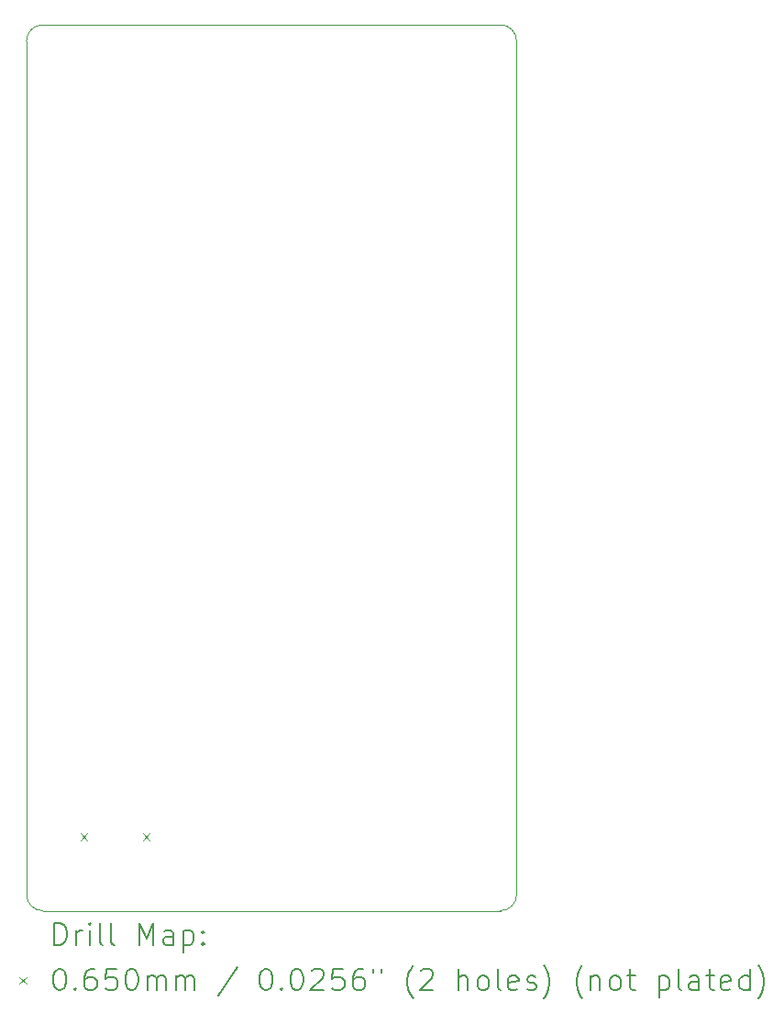
<source format=gbr>
%TF.GenerationSoftware,KiCad,Pcbnew,8.0.4*%
%TF.CreationDate,2024-07-23T16:26:46+02:00*%
%TF.ProjectId,Vertigo Pro PR1,56657274-6967-46f2-9050-726f20505231,DPR1*%
%TF.SameCoordinates,Original*%
%TF.FileFunction,Drillmap*%
%TF.FilePolarity,Positive*%
%FSLAX45Y45*%
G04 Gerber Fmt 4.5, Leading zero omitted, Abs format (unit mm)*
G04 Created by KiCad (PCBNEW 8.0.4) date 2024-07-23 16:26:46*
%MOMM*%
%LPD*%
G01*
G04 APERTURE LIST*
%ADD10C,0.050000*%
%ADD11C,0.200000*%
%ADD12C,0.100000*%
G04 APERTURE END LIST*
D10*
X16975000Y-6875000D02*
X12750000Y-6875000D01*
X17125000Y-14900000D02*
X17125000Y-7025000D01*
X17125000Y-14900000D02*
G75*
G02*
X16975000Y-15050000I-150000J0D01*
G01*
X12750000Y-15050000D02*
X16975000Y-15050000D01*
X12600000Y-7025000D02*
X12600000Y-14900000D01*
X16975000Y-6875000D02*
G75*
G02*
X17125000Y-7025000I0J-150000D01*
G01*
X12750000Y-15050000D02*
G75*
G02*
X12600000Y-14900000I0J150000D01*
G01*
X12600000Y-7025000D02*
G75*
G02*
X12750000Y-6875000I150000J0D01*
G01*
D11*
D12*
X13096000Y-14335000D02*
X13161000Y-14400000D01*
X13161000Y-14335000D02*
X13096000Y-14400000D01*
X13674000Y-14335000D02*
X13739000Y-14400000D01*
X13739000Y-14335000D02*
X13674000Y-14400000D01*
D11*
X12858277Y-15363984D02*
X12858277Y-15163984D01*
X12858277Y-15163984D02*
X12905896Y-15163984D01*
X12905896Y-15163984D02*
X12934467Y-15173508D01*
X12934467Y-15173508D02*
X12953515Y-15192555D01*
X12953515Y-15192555D02*
X12963039Y-15211603D01*
X12963039Y-15211603D02*
X12972562Y-15249698D01*
X12972562Y-15249698D02*
X12972562Y-15278269D01*
X12972562Y-15278269D02*
X12963039Y-15316365D01*
X12963039Y-15316365D02*
X12953515Y-15335412D01*
X12953515Y-15335412D02*
X12934467Y-15354460D01*
X12934467Y-15354460D02*
X12905896Y-15363984D01*
X12905896Y-15363984D02*
X12858277Y-15363984D01*
X13058277Y-15363984D02*
X13058277Y-15230650D01*
X13058277Y-15268746D02*
X13067801Y-15249698D01*
X13067801Y-15249698D02*
X13077324Y-15240174D01*
X13077324Y-15240174D02*
X13096372Y-15230650D01*
X13096372Y-15230650D02*
X13115420Y-15230650D01*
X13182086Y-15363984D02*
X13182086Y-15230650D01*
X13182086Y-15163984D02*
X13172562Y-15173508D01*
X13172562Y-15173508D02*
X13182086Y-15183031D01*
X13182086Y-15183031D02*
X13191610Y-15173508D01*
X13191610Y-15173508D02*
X13182086Y-15163984D01*
X13182086Y-15163984D02*
X13182086Y-15183031D01*
X13305896Y-15363984D02*
X13286848Y-15354460D01*
X13286848Y-15354460D02*
X13277324Y-15335412D01*
X13277324Y-15335412D02*
X13277324Y-15163984D01*
X13410658Y-15363984D02*
X13391610Y-15354460D01*
X13391610Y-15354460D02*
X13382086Y-15335412D01*
X13382086Y-15335412D02*
X13382086Y-15163984D01*
X13639229Y-15363984D02*
X13639229Y-15163984D01*
X13639229Y-15163984D02*
X13705896Y-15306841D01*
X13705896Y-15306841D02*
X13772562Y-15163984D01*
X13772562Y-15163984D02*
X13772562Y-15363984D01*
X13953515Y-15363984D02*
X13953515Y-15259222D01*
X13953515Y-15259222D02*
X13943991Y-15240174D01*
X13943991Y-15240174D02*
X13924943Y-15230650D01*
X13924943Y-15230650D02*
X13886848Y-15230650D01*
X13886848Y-15230650D02*
X13867801Y-15240174D01*
X13953515Y-15354460D02*
X13934467Y-15363984D01*
X13934467Y-15363984D02*
X13886848Y-15363984D01*
X13886848Y-15363984D02*
X13867801Y-15354460D01*
X13867801Y-15354460D02*
X13858277Y-15335412D01*
X13858277Y-15335412D02*
X13858277Y-15316365D01*
X13858277Y-15316365D02*
X13867801Y-15297317D01*
X13867801Y-15297317D02*
X13886848Y-15287793D01*
X13886848Y-15287793D02*
X13934467Y-15287793D01*
X13934467Y-15287793D02*
X13953515Y-15278269D01*
X14048753Y-15230650D02*
X14048753Y-15430650D01*
X14048753Y-15240174D02*
X14067801Y-15230650D01*
X14067801Y-15230650D02*
X14105896Y-15230650D01*
X14105896Y-15230650D02*
X14124943Y-15240174D01*
X14124943Y-15240174D02*
X14134467Y-15249698D01*
X14134467Y-15249698D02*
X14143991Y-15268746D01*
X14143991Y-15268746D02*
X14143991Y-15325888D01*
X14143991Y-15325888D02*
X14134467Y-15344936D01*
X14134467Y-15344936D02*
X14124943Y-15354460D01*
X14124943Y-15354460D02*
X14105896Y-15363984D01*
X14105896Y-15363984D02*
X14067801Y-15363984D01*
X14067801Y-15363984D02*
X14048753Y-15354460D01*
X14229705Y-15344936D02*
X14239229Y-15354460D01*
X14239229Y-15354460D02*
X14229705Y-15363984D01*
X14229705Y-15363984D02*
X14220182Y-15354460D01*
X14220182Y-15354460D02*
X14229705Y-15344936D01*
X14229705Y-15344936D02*
X14229705Y-15363984D01*
X14229705Y-15240174D02*
X14239229Y-15249698D01*
X14239229Y-15249698D02*
X14229705Y-15259222D01*
X14229705Y-15259222D02*
X14220182Y-15249698D01*
X14220182Y-15249698D02*
X14229705Y-15240174D01*
X14229705Y-15240174D02*
X14229705Y-15259222D01*
D12*
X12532500Y-15660000D02*
X12597500Y-15725000D01*
X12597500Y-15660000D02*
X12532500Y-15725000D01*
D11*
X12896372Y-15583984D02*
X12915420Y-15583984D01*
X12915420Y-15583984D02*
X12934467Y-15593508D01*
X12934467Y-15593508D02*
X12943991Y-15603031D01*
X12943991Y-15603031D02*
X12953515Y-15622079D01*
X12953515Y-15622079D02*
X12963039Y-15660174D01*
X12963039Y-15660174D02*
X12963039Y-15707793D01*
X12963039Y-15707793D02*
X12953515Y-15745888D01*
X12953515Y-15745888D02*
X12943991Y-15764936D01*
X12943991Y-15764936D02*
X12934467Y-15774460D01*
X12934467Y-15774460D02*
X12915420Y-15783984D01*
X12915420Y-15783984D02*
X12896372Y-15783984D01*
X12896372Y-15783984D02*
X12877324Y-15774460D01*
X12877324Y-15774460D02*
X12867801Y-15764936D01*
X12867801Y-15764936D02*
X12858277Y-15745888D01*
X12858277Y-15745888D02*
X12848753Y-15707793D01*
X12848753Y-15707793D02*
X12848753Y-15660174D01*
X12848753Y-15660174D02*
X12858277Y-15622079D01*
X12858277Y-15622079D02*
X12867801Y-15603031D01*
X12867801Y-15603031D02*
X12877324Y-15593508D01*
X12877324Y-15593508D02*
X12896372Y-15583984D01*
X13048753Y-15764936D02*
X13058277Y-15774460D01*
X13058277Y-15774460D02*
X13048753Y-15783984D01*
X13048753Y-15783984D02*
X13039229Y-15774460D01*
X13039229Y-15774460D02*
X13048753Y-15764936D01*
X13048753Y-15764936D02*
X13048753Y-15783984D01*
X13229705Y-15583984D02*
X13191610Y-15583984D01*
X13191610Y-15583984D02*
X13172562Y-15593508D01*
X13172562Y-15593508D02*
X13163039Y-15603031D01*
X13163039Y-15603031D02*
X13143991Y-15631603D01*
X13143991Y-15631603D02*
X13134467Y-15669698D01*
X13134467Y-15669698D02*
X13134467Y-15745888D01*
X13134467Y-15745888D02*
X13143991Y-15764936D01*
X13143991Y-15764936D02*
X13153515Y-15774460D01*
X13153515Y-15774460D02*
X13172562Y-15783984D01*
X13172562Y-15783984D02*
X13210658Y-15783984D01*
X13210658Y-15783984D02*
X13229705Y-15774460D01*
X13229705Y-15774460D02*
X13239229Y-15764936D01*
X13239229Y-15764936D02*
X13248753Y-15745888D01*
X13248753Y-15745888D02*
X13248753Y-15698269D01*
X13248753Y-15698269D02*
X13239229Y-15679222D01*
X13239229Y-15679222D02*
X13229705Y-15669698D01*
X13229705Y-15669698D02*
X13210658Y-15660174D01*
X13210658Y-15660174D02*
X13172562Y-15660174D01*
X13172562Y-15660174D02*
X13153515Y-15669698D01*
X13153515Y-15669698D02*
X13143991Y-15679222D01*
X13143991Y-15679222D02*
X13134467Y-15698269D01*
X13429705Y-15583984D02*
X13334467Y-15583984D01*
X13334467Y-15583984D02*
X13324943Y-15679222D01*
X13324943Y-15679222D02*
X13334467Y-15669698D01*
X13334467Y-15669698D02*
X13353515Y-15660174D01*
X13353515Y-15660174D02*
X13401134Y-15660174D01*
X13401134Y-15660174D02*
X13420182Y-15669698D01*
X13420182Y-15669698D02*
X13429705Y-15679222D01*
X13429705Y-15679222D02*
X13439229Y-15698269D01*
X13439229Y-15698269D02*
X13439229Y-15745888D01*
X13439229Y-15745888D02*
X13429705Y-15764936D01*
X13429705Y-15764936D02*
X13420182Y-15774460D01*
X13420182Y-15774460D02*
X13401134Y-15783984D01*
X13401134Y-15783984D02*
X13353515Y-15783984D01*
X13353515Y-15783984D02*
X13334467Y-15774460D01*
X13334467Y-15774460D02*
X13324943Y-15764936D01*
X13563039Y-15583984D02*
X13582086Y-15583984D01*
X13582086Y-15583984D02*
X13601134Y-15593508D01*
X13601134Y-15593508D02*
X13610658Y-15603031D01*
X13610658Y-15603031D02*
X13620182Y-15622079D01*
X13620182Y-15622079D02*
X13629705Y-15660174D01*
X13629705Y-15660174D02*
X13629705Y-15707793D01*
X13629705Y-15707793D02*
X13620182Y-15745888D01*
X13620182Y-15745888D02*
X13610658Y-15764936D01*
X13610658Y-15764936D02*
X13601134Y-15774460D01*
X13601134Y-15774460D02*
X13582086Y-15783984D01*
X13582086Y-15783984D02*
X13563039Y-15783984D01*
X13563039Y-15783984D02*
X13543991Y-15774460D01*
X13543991Y-15774460D02*
X13534467Y-15764936D01*
X13534467Y-15764936D02*
X13524943Y-15745888D01*
X13524943Y-15745888D02*
X13515420Y-15707793D01*
X13515420Y-15707793D02*
X13515420Y-15660174D01*
X13515420Y-15660174D02*
X13524943Y-15622079D01*
X13524943Y-15622079D02*
X13534467Y-15603031D01*
X13534467Y-15603031D02*
X13543991Y-15593508D01*
X13543991Y-15593508D02*
X13563039Y-15583984D01*
X13715420Y-15783984D02*
X13715420Y-15650650D01*
X13715420Y-15669698D02*
X13724943Y-15660174D01*
X13724943Y-15660174D02*
X13743991Y-15650650D01*
X13743991Y-15650650D02*
X13772563Y-15650650D01*
X13772563Y-15650650D02*
X13791610Y-15660174D01*
X13791610Y-15660174D02*
X13801134Y-15679222D01*
X13801134Y-15679222D02*
X13801134Y-15783984D01*
X13801134Y-15679222D02*
X13810658Y-15660174D01*
X13810658Y-15660174D02*
X13829705Y-15650650D01*
X13829705Y-15650650D02*
X13858277Y-15650650D01*
X13858277Y-15650650D02*
X13877324Y-15660174D01*
X13877324Y-15660174D02*
X13886848Y-15679222D01*
X13886848Y-15679222D02*
X13886848Y-15783984D01*
X13982086Y-15783984D02*
X13982086Y-15650650D01*
X13982086Y-15669698D02*
X13991610Y-15660174D01*
X13991610Y-15660174D02*
X14010658Y-15650650D01*
X14010658Y-15650650D02*
X14039229Y-15650650D01*
X14039229Y-15650650D02*
X14058277Y-15660174D01*
X14058277Y-15660174D02*
X14067801Y-15679222D01*
X14067801Y-15679222D02*
X14067801Y-15783984D01*
X14067801Y-15679222D02*
X14077324Y-15660174D01*
X14077324Y-15660174D02*
X14096372Y-15650650D01*
X14096372Y-15650650D02*
X14124943Y-15650650D01*
X14124943Y-15650650D02*
X14143991Y-15660174D01*
X14143991Y-15660174D02*
X14153515Y-15679222D01*
X14153515Y-15679222D02*
X14153515Y-15783984D01*
X14543991Y-15574460D02*
X14372563Y-15831603D01*
X14801134Y-15583984D02*
X14820182Y-15583984D01*
X14820182Y-15583984D02*
X14839229Y-15593508D01*
X14839229Y-15593508D02*
X14848753Y-15603031D01*
X14848753Y-15603031D02*
X14858277Y-15622079D01*
X14858277Y-15622079D02*
X14867801Y-15660174D01*
X14867801Y-15660174D02*
X14867801Y-15707793D01*
X14867801Y-15707793D02*
X14858277Y-15745888D01*
X14858277Y-15745888D02*
X14848753Y-15764936D01*
X14848753Y-15764936D02*
X14839229Y-15774460D01*
X14839229Y-15774460D02*
X14820182Y-15783984D01*
X14820182Y-15783984D02*
X14801134Y-15783984D01*
X14801134Y-15783984D02*
X14782086Y-15774460D01*
X14782086Y-15774460D02*
X14772563Y-15764936D01*
X14772563Y-15764936D02*
X14763039Y-15745888D01*
X14763039Y-15745888D02*
X14753515Y-15707793D01*
X14753515Y-15707793D02*
X14753515Y-15660174D01*
X14753515Y-15660174D02*
X14763039Y-15622079D01*
X14763039Y-15622079D02*
X14772563Y-15603031D01*
X14772563Y-15603031D02*
X14782086Y-15593508D01*
X14782086Y-15593508D02*
X14801134Y-15583984D01*
X14953515Y-15764936D02*
X14963039Y-15774460D01*
X14963039Y-15774460D02*
X14953515Y-15783984D01*
X14953515Y-15783984D02*
X14943991Y-15774460D01*
X14943991Y-15774460D02*
X14953515Y-15764936D01*
X14953515Y-15764936D02*
X14953515Y-15783984D01*
X15086848Y-15583984D02*
X15105896Y-15583984D01*
X15105896Y-15583984D02*
X15124944Y-15593508D01*
X15124944Y-15593508D02*
X15134467Y-15603031D01*
X15134467Y-15603031D02*
X15143991Y-15622079D01*
X15143991Y-15622079D02*
X15153515Y-15660174D01*
X15153515Y-15660174D02*
X15153515Y-15707793D01*
X15153515Y-15707793D02*
X15143991Y-15745888D01*
X15143991Y-15745888D02*
X15134467Y-15764936D01*
X15134467Y-15764936D02*
X15124944Y-15774460D01*
X15124944Y-15774460D02*
X15105896Y-15783984D01*
X15105896Y-15783984D02*
X15086848Y-15783984D01*
X15086848Y-15783984D02*
X15067801Y-15774460D01*
X15067801Y-15774460D02*
X15058277Y-15764936D01*
X15058277Y-15764936D02*
X15048753Y-15745888D01*
X15048753Y-15745888D02*
X15039229Y-15707793D01*
X15039229Y-15707793D02*
X15039229Y-15660174D01*
X15039229Y-15660174D02*
X15048753Y-15622079D01*
X15048753Y-15622079D02*
X15058277Y-15603031D01*
X15058277Y-15603031D02*
X15067801Y-15593508D01*
X15067801Y-15593508D02*
X15086848Y-15583984D01*
X15229706Y-15603031D02*
X15239229Y-15593508D01*
X15239229Y-15593508D02*
X15258277Y-15583984D01*
X15258277Y-15583984D02*
X15305896Y-15583984D01*
X15305896Y-15583984D02*
X15324944Y-15593508D01*
X15324944Y-15593508D02*
X15334467Y-15603031D01*
X15334467Y-15603031D02*
X15343991Y-15622079D01*
X15343991Y-15622079D02*
X15343991Y-15641127D01*
X15343991Y-15641127D02*
X15334467Y-15669698D01*
X15334467Y-15669698D02*
X15220182Y-15783984D01*
X15220182Y-15783984D02*
X15343991Y-15783984D01*
X15524944Y-15583984D02*
X15429706Y-15583984D01*
X15429706Y-15583984D02*
X15420182Y-15679222D01*
X15420182Y-15679222D02*
X15429706Y-15669698D01*
X15429706Y-15669698D02*
X15448753Y-15660174D01*
X15448753Y-15660174D02*
X15496372Y-15660174D01*
X15496372Y-15660174D02*
X15515420Y-15669698D01*
X15515420Y-15669698D02*
X15524944Y-15679222D01*
X15524944Y-15679222D02*
X15534467Y-15698269D01*
X15534467Y-15698269D02*
X15534467Y-15745888D01*
X15534467Y-15745888D02*
X15524944Y-15764936D01*
X15524944Y-15764936D02*
X15515420Y-15774460D01*
X15515420Y-15774460D02*
X15496372Y-15783984D01*
X15496372Y-15783984D02*
X15448753Y-15783984D01*
X15448753Y-15783984D02*
X15429706Y-15774460D01*
X15429706Y-15774460D02*
X15420182Y-15764936D01*
X15705896Y-15583984D02*
X15667801Y-15583984D01*
X15667801Y-15583984D02*
X15648753Y-15593508D01*
X15648753Y-15593508D02*
X15639229Y-15603031D01*
X15639229Y-15603031D02*
X15620182Y-15631603D01*
X15620182Y-15631603D02*
X15610658Y-15669698D01*
X15610658Y-15669698D02*
X15610658Y-15745888D01*
X15610658Y-15745888D02*
X15620182Y-15764936D01*
X15620182Y-15764936D02*
X15629706Y-15774460D01*
X15629706Y-15774460D02*
X15648753Y-15783984D01*
X15648753Y-15783984D02*
X15686848Y-15783984D01*
X15686848Y-15783984D02*
X15705896Y-15774460D01*
X15705896Y-15774460D02*
X15715420Y-15764936D01*
X15715420Y-15764936D02*
X15724944Y-15745888D01*
X15724944Y-15745888D02*
X15724944Y-15698269D01*
X15724944Y-15698269D02*
X15715420Y-15679222D01*
X15715420Y-15679222D02*
X15705896Y-15669698D01*
X15705896Y-15669698D02*
X15686848Y-15660174D01*
X15686848Y-15660174D02*
X15648753Y-15660174D01*
X15648753Y-15660174D02*
X15629706Y-15669698D01*
X15629706Y-15669698D02*
X15620182Y-15679222D01*
X15620182Y-15679222D02*
X15610658Y-15698269D01*
X15801134Y-15583984D02*
X15801134Y-15622079D01*
X15877325Y-15583984D02*
X15877325Y-15622079D01*
X16172563Y-15860174D02*
X16163039Y-15850650D01*
X16163039Y-15850650D02*
X16143991Y-15822079D01*
X16143991Y-15822079D02*
X16134468Y-15803031D01*
X16134468Y-15803031D02*
X16124944Y-15774460D01*
X16124944Y-15774460D02*
X16115420Y-15726841D01*
X16115420Y-15726841D02*
X16115420Y-15688746D01*
X16115420Y-15688746D02*
X16124944Y-15641127D01*
X16124944Y-15641127D02*
X16134468Y-15612555D01*
X16134468Y-15612555D02*
X16143991Y-15593508D01*
X16143991Y-15593508D02*
X16163039Y-15564936D01*
X16163039Y-15564936D02*
X16172563Y-15555412D01*
X16239229Y-15603031D02*
X16248753Y-15593508D01*
X16248753Y-15593508D02*
X16267801Y-15583984D01*
X16267801Y-15583984D02*
X16315420Y-15583984D01*
X16315420Y-15583984D02*
X16334468Y-15593508D01*
X16334468Y-15593508D02*
X16343991Y-15603031D01*
X16343991Y-15603031D02*
X16353515Y-15622079D01*
X16353515Y-15622079D02*
X16353515Y-15641127D01*
X16353515Y-15641127D02*
X16343991Y-15669698D01*
X16343991Y-15669698D02*
X16229706Y-15783984D01*
X16229706Y-15783984D02*
X16353515Y-15783984D01*
X16591610Y-15783984D02*
X16591610Y-15583984D01*
X16677325Y-15783984D02*
X16677325Y-15679222D01*
X16677325Y-15679222D02*
X16667801Y-15660174D01*
X16667801Y-15660174D02*
X16648753Y-15650650D01*
X16648753Y-15650650D02*
X16620182Y-15650650D01*
X16620182Y-15650650D02*
X16601134Y-15660174D01*
X16601134Y-15660174D02*
X16591610Y-15669698D01*
X16801134Y-15783984D02*
X16782087Y-15774460D01*
X16782087Y-15774460D02*
X16772563Y-15764936D01*
X16772563Y-15764936D02*
X16763039Y-15745888D01*
X16763039Y-15745888D02*
X16763039Y-15688746D01*
X16763039Y-15688746D02*
X16772563Y-15669698D01*
X16772563Y-15669698D02*
X16782087Y-15660174D01*
X16782087Y-15660174D02*
X16801134Y-15650650D01*
X16801134Y-15650650D02*
X16829706Y-15650650D01*
X16829706Y-15650650D02*
X16848753Y-15660174D01*
X16848753Y-15660174D02*
X16858277Y-15669698D01*
X16858277Y-15669698D02*
X16867801Y-15688746D01*
X16867801Y-15688746D02*
X16867801Y-15745888D01*
X16867801Y-15745888D02*
X16858277Y-15764936D01*
X16858277Y-15764936D02*
X16848753Y-15774460D01*
X16848753Y-15774460D02*
X16829706Y-15783984D01*
X16829706Y-15783984D02*
X16801134Y-15783984D01*
X16982087Y-15783984D02*
X16963039Y-15774460D01*
X16963039Y-15774460D02*
X16953515Y-15755412D01*
X16953515Y-15755412D02*
X16953515Y-15583984D01*
X17134468Y-15774460D02*
X17115420Y-15783984D01*
X17115420Y-15783984D02*
X17077325Y-15783984D01*
X17077325Y-15783984D02*
X17058277Y-15774460D01*
X17058277Y-15774460D02*
X17048753Y-15755412D01*
X17048753Y-15755412D02*
X17048753Y-15679222D01*
X17048753Y-15679222D02*
X17058277Y-15660174D01*
X17058277Y-15660174D02*
X17077325Y-15650650D01*
X17077325Y-15650650D02*
X17115420Y-15650650D01*
X17115420Y-15650650D02*
X17134468Y-15660174D01*
X17134468Y-15660174D02*
X17143992Y-15679222D01*
X17143992Y-15679222D02*
X17143992Y-15698269D01*
X17143992Y-15698269D02*
X17048753Y-15717317D01*
X17220182Y-15774460D02*
X17239230Y-15783984D01*
X17239230Y-15783984D02*
X17277325Y-15783984D01*
X17277325Y-15783984D02*
X17296373Y-15774460D01*
X17296373Y-15774460D02*
X17305896Y-15755412D01*
X17305896Y-15755412D02*
X17305896Y-15745888D01*
X17305896Y-15745888D02*
X17296373Y-15726841D01*
X17296373Y-15726841D02*
X17277325Y-15717317D01*
X17277325Y-15717317D02*
X17248753Y-15717317D01*
X17248753Y-15717317D02*
X17229706Y-15707793D01*
X17229706Y-15707793D02*
X17220182Y-15688746D01*
X17220182Y-15688746D02*
X17220182Y-15679222D01*
X17220182Y-15679222D02*
X17229706Y-15660174D01*
X17229706Y-15660174D02*
X17248753Y-15650650D01*
X17248753Y-15650650D02*
X17277325Y-15650650D01*
X17277325Y-15650650D02*
X17296373Y-15660174D01*
X17372563Y-15860174D02*
X17382087Y-15850650D01*
X17382087Y-15850650D02*
X17401134Y-15822079D01*
X17401134Y-15822079D02*
X17410658Y-15803031D01*
X17410658Y-15803031D02*
X17420182Y-15774460D01*
X17420182Y-15774460D02*
X17429706Y-15726841D01*
X17429706Y-15726841D02*
X17429706Y-15688746D01*
X17429706Y-15688746D02*
X17420182Y-15641127D01*
X17420182Y-15641127D02*
X17410658Y-15612555D01*
X17410658Y-15612555D02*
X17401134Y-15593508D01*
X17401134Y-15593508D02*
X17382087Y-15564936D01*
X17382087Y-15564936D02*
X17372563Y-15555412D01*
X17734468Y-15860174D02*
X17724944Y-15850650D01*
X17724944Y-15850650D02*
X17705896Y-15822079D01*
X17705896Y-15822079D02*
X17696373Y-15803031D01*
X17696373Y-15803031D02*
X17686849Y-15774460D01*
X17686849Y-15774460D02*
X17677325Y-15726841D01*
X17677325Y-15726841D02*
X17677325Y-15688746D01*
X17677325Y-15688746D02*
X17686849Y-15641127D01*
X17686849Y-15641127D02*
X17696373Y-15612555D01*
X17696373Y-15612555D02*
X17705896Y-15593508D01*
X17705896Y-15593508D02*
X17724944Y-15564936D01*
X17724944Y-15564936D02*
X17734468Y-15555412D01*
X17810658Y-15650650D02*
X17810658Y-15783984D01*
X17810658Y-15669698D02*
X17820182Y-15660174D01*
X17820182Y-15660174D02*
X17839230Y-15650650D01*
X17839230Y-15650650D02*
X17867801Y-15650650D01*
X17867801Y-15650650D02*
X17886849Y-15660174D01*
X17886849Y-15660174D02*
X17896373Y-15679222D01*
X17896373Y-15679222D02*
X17896373Y-15783984D01*
X18020182Y-15783984D02*
X18001134Y-15774460D01*
X18001134Y-15774460D02*
X17991611Y-15764936D01*
X17991611Y-15764936D02*
X17982087Y-15745888D01*
X17982087Y-15745888D02*
X17982087Y-15688746D01*
X17982087Y-15688746D02*
X17991611Y-15669698D01*
X17991611Y-15669698D02*
X18001134Y-15660174D01*
X18001134Y-15660174D02*
X18020182Y-15650650D01*
X18020182Y-15650650D02*
X18048754Y-15650650D01*
X18048754Y-15650650D02*
X18067801Y-15660174D01*
X18067801Y-15660174D02*
X18077325Y-15669698D01*
X18077325Y-15669698D02*
X18086849Y-15688746D01*
X18086849Y-15688746D02*
X18086849Y-15745888D01*
X18086849Y-15745888D02*
X18077325Y-15764936D01*
X18077325Y-15764936D02*
X18067801Y-15774460D01*
X18067801Y-15774460D02*
X18048754Y-15783984D01*
X18048754Y-15783984D02*
X18020182Y-15783984D01*
X18143992Y-15650650D02*
X18220182Y-15650650D01*
X18172563Y-15583984D02*
X18172563Y-15755412D01*
X18172563Y-15755412D02*
X18182087Y-15774460D01*
X18182087Y-15774460D02*
X18201134Y-15783984D01*
X18201134Y-15783984D02*
X18220182Y-15783984D01*
X18439230Y-15650650D02*
X18439230Y-15850650D01*
X18439230Y-15660174D02*
X18458277Y-15650650D01*
X18458277Y-15650650D02*
X18496373Y-15650650D01*
X18496373Y-15650650D02*
X18515420Y-15660174D01*
X18515420Y-15660174D02*
X18524944Y-15669698D01*
X18524944Y-15669698D02*
X18534468Y-15688746D01*
X18534468Y-15688746D02*
X18534468Y-15745888D01*
X18534468Y-15745888D02*
X18524944Y-15764936D01*
X18524944Y-15764936D02*
X18515420Y-15774460D01*
X18515420Y-15774460D02*
X18496373Y-15783984D01*
X18496373Y-15783984D02*
X18458277Y-15783984D01*
X18458277Y-15783984D02*
X18439230Y-15774460D01*
X18648754Y-15783984D02*
X18629706Y-15774460D01*
X18629706Y-15774460D02*
X18620182Y-15755412D01*
X18620182Y-15755412D02*
X18620182Y-15583984D01*
X18810658Y-15783984D02*
X18810658Y-15679222D01*
X18810658Y-15679222D02*
X18801135Y-15660174D01*
X18801135Y-15660174D02*
X18782087Y-15650650D01*
X18782087Y-15650650D02*
X18743992Y-15650650D01*
X18743992Y-15650650D02*
X18724944Y-15660174D01*
X18810658Y-15774460D02*
X18791611Y-15783984D01*
X18791611Y-15783984D02*
X18743992Y-15783984D01*
X18743992Y-15783984D02*
X18724944Y-15774460D01*
X18724944Y-15774460D02*
X18715420Y-15755412D01*
X18715420Y-15755412D02*
X18715420Y-15736365D01*
X18715420Y-15736365D02*
X18724944Y-15717317D01*
X18724944Y-15717317D02*
X18743992Y-15707793D01*
X18743992Y-15707793D02*
X18791611Y-15707793D01*
X18791611Y-15707793D02*
X18810658Y-15698269D01*
X18877325Y-15650650D02*
X18953515Y-15650650D01*
X18905896Y-15583984D02*
X18905896Y-15755412D01*
X18905896Y-15755412D02*
X18915420Y-15774460D01*
X18915420Y-15774460D02*
X18934468Y-15783984D01*
X18934468Y-15783984D02*
X18953515Y-15783984D01*
X19096373Y-15774460D02*
X19077325Y-15783984D01*
X19077325Y-15783984D02*
X19039230Y-15783984D01*
X19039230Y-15783984D02*
X19020182Y-15774460D01*
X19020182Y-15774460D02*
X19010658Y-15755412D01*
X19010658Y-15755412D02*
X19010658Y-15679222D01*
X19010658Y-15679222D02*
X19020182Y-15660174D01*
X19020182Y-15660174D02*
X19039230Y-15650650D01*
X19039230Y-15650650D02*
X19077325Y-15650650D01*
X19077325Y-15650650D02*
X19096373Y-15660174D01*
X19096373Y-15660174D02*
X19105896Y-15679222D01*
X19105896Y-15679222D02*
X19105896Y-15698269D01*
X19105896Y-15698269D02*
X19010658Y-15717317D01*
X19277325Y-15783984D02*
X19277325Y-15583984D01*
X19277325Y-15774460D02*
X19258277Y-15783984D01*
X19258277Y-15783984D02*
X19220182Y-15783984D01*
X19220182Y-15783984D02*
X19201135Y-15774460D01*
X19201135Y-15774460D02*
X19191611Y-15764936D01*
X19191611Y-15764936D02*
X19182087Y-15745888D01*
X19182087Y-15745888D02*
X19182087Y-15688746D01*
X19182087Y-15688746D02*
X19191611Y-15669698D01*
X19191611Y-15669698D02*
X19201135Y-15660174D01*
X19201135Y-15660174D02*
X19220182Y-15650650D01*
X19220182Y-15650650D02*
X19258277Y-15650650D01*
X19258277Y-15650650D02*
X19277325Y-15660174D01*
X19353516Y-15860174D02*
X19363039Y-15850650D01*
X19363039Y-15850650D02*
X19382087Y-15822079D01*
X19382087Y-15822079D02*
X19391611Y-15803031D01*
X19391611Y-15803031D02*
X19401135Y-15774460D01*
X19401135Y-15774460D02*
X19410658Y-15726841D01*
X19410658Y-15726841D02*
X19410658Y-15688746D01*
X19410658Y-15688746D02*
X19401135Y-15641127D01*
X19401135Y-15641127D02*
X19391611Y-15612555D01*
X19391611Y-15612555D02*
X19382087Y-15593508D01*
X19382087Y-15593508D02*
X19363039Y-15564936D01*
X19363039Y-15564936D02*
X19353516Y-15555412D01*
M02*

</source>
